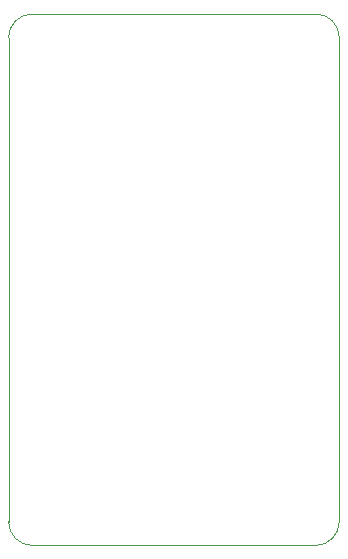
<source format=gbr>
%TF.GenerationSoftware,KiCad,Pcbnew,(5.1.12)-1*%
%TF.CreationDate,2022-08-03T23:35:14+02:00*%
%TF.ProjectId,stm32l-mcu-board,73746d33-326c-42d6-9d63-752d626f6172,rev?*%
%TF.SameCoordinates,Original*%
%TF.FileFunction,Profile,NP*%
%FSLAX46Y46*%
G04 Gerber Fmt 4.6, Leading zero omitted, Abs format (unit mm)*
G04 Created by KiCad (PCBNEW (5.1.12)-1) date 2022-08-03 23:35:14*
%MOMM*%
%LPD*%
G01*
G04 APERTURE LIST*
%TA.AperFunction,Profile*%
%ADD10C,0.050000*%
%TD*%
G04 APERTURE END LIST*
D10*
X86400000Y-57100000D02*
G75*
G02*
X88400000Y-55100000I2000000J0D01*
G01*
X88400000Y-100100000D02*
G75*
G02*
X86400000Y-98100000I0J2000000D01*
G01*
X114400000Y-57100000D02*
X114400000Y-98100000D01*
X112400000Y-100100000D02*
X88400000Y-100100000D01*
X86400000Y-98100000D02*
X86400000Y-57100000D01*
X114400000Y-98100000D02*
G75*
G02*
X112400000Y-100100000I-2000000J0D01*
G01*
X112400000Y-55100000D02*
G75*
G02*
X114400000Y-57100000I0J-2000000D01*
G01*
X88400000Y-55100000D02*
X112400000Y-55100000D01*
M02*

</source>
